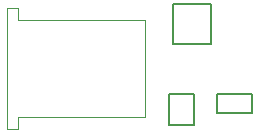
<source format=gbr>
%TF.GenerationSoftware,Altium Limited,Altium Designer,24.8.2 (39)*%
G04 Layer_Color=32768*
%FSLAX45Y45*%
%MOMM*%
%TF.SameCoordinates,62BC436B-7982-48EA-BC41-0FA37A5750A2*%
%TF.FilePolarity,Positive*%
%TF.FileFunction,Other,Top_3D_Body*%
%TF.Part,Single*%
G01*
G75*
%TA.AperFunction,NonConductor*%
%ADD39C,0.20000*%
%ADD61C,0.10000*%
D39*
X4442500Y8292500D02*
Y8557500D01*
X4657500D01*
Y8292500D02*
Y8557500D01*
X4442500Y8292500D02*
X4657500D01*
X4480000Y8980000D02*
Y9320000D01*
Y8980000D02*
X4800000D01*
Y9320000D01*
X4480000D02*
X4800000D01*
X4850000Y8555000D02*
X5150000D01*
X4850000Y8395000D02*
Y8555000D01*
Y8395000D02*
X5150000D01*
Y8555000D01*
D61*
X3167019Y8258495D02*
Y8358491D01*
Y9183491D02*
Y9283495D01*
X3072019Y8258495D02*
X3167019D01*
X3072019Y9283495D02*
X3167019D01*
X3072019Y8258495D02*
Y9283495D01*
X3167019Y9183491D02*
X4242019Y9183495D01*
Y8358495D02*
Y9183495D01*
X3167019Y8358491D02*
X4242019Y8358495D01*
%TF.MD5,0ff3c1b69160e28e58916f364934276c*%
M02*

</source>
